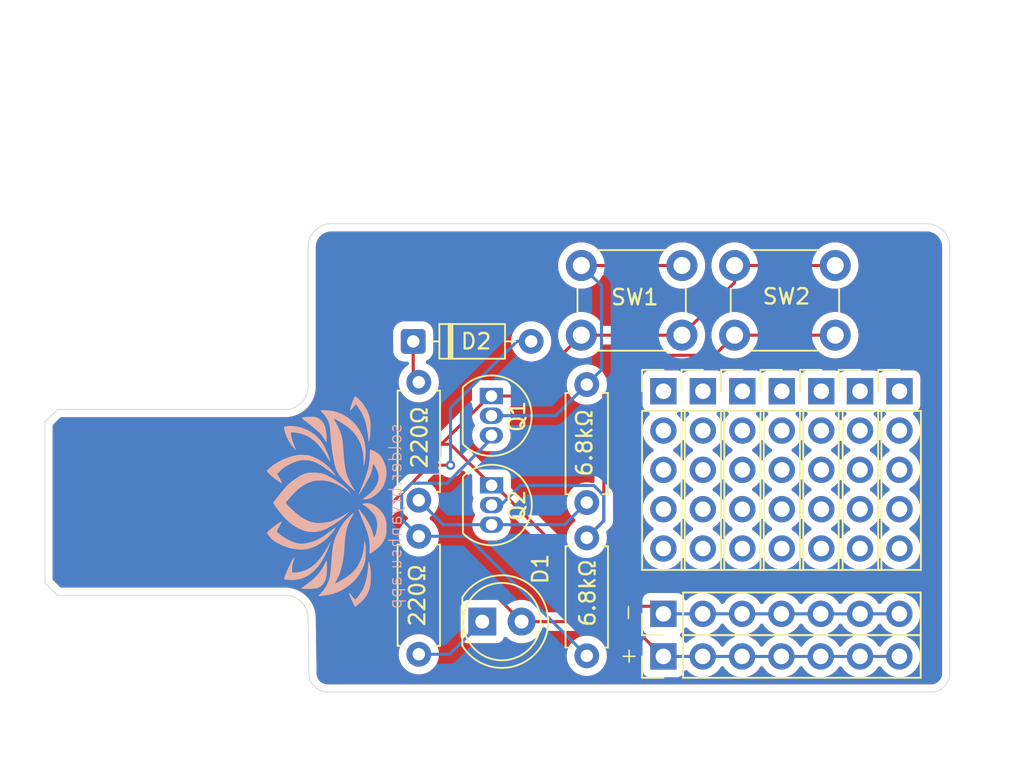
<source format=kicad_pcb>
(kicad_pcb (version 20241229) (generator "pcbnew") (generator_version "9.0")
  (layers (0 "F.Cu" signal) (2 "B.Cu" signal) (13 "F.Paste" user) (15 "B.Paste" user) (5 "F.SilkS" user "F.Silkscreen") (7 "B.SilkS" user "B.Silkscreen") (1 "F.Mask" user) (3 "B.Mask" user) (25 "Edge.Cuts" user))
  (net 0 "")
  (net 1 "+5V")
  (net 2 "Net-(D1-K)")
  (net 3 "Net-(D2-K)")
  (net 4 "GND")
  (net 7 "Net-(Q1-B)")
  (net 8 "Net-(Q1-C)")
  (net 9 "Net-(Q2-C)")
  (net 10 "Net-(Q2-B)")
  (footprint "Connector_PinHeader_2.54mm:PinHeader_1x05_P2.54mm_Vertical" (layer "F.Cu") (at 95.75 88.67)
    (property "Reference" "J14" (hide yes))
    (property "Value" "Conn_01x05_Pin" (hide yes))
    (pad "1" thru_hole rect (at 0 0) (size 1.7 1.7) (drill 1) (layers "*.Cu" "*.Mask"))
    (pad "2" thru_hole circle (at 0 2.54) (size 1.7 1.7) (drill 1) (layers "*.Cu" "*.Mask"))
    (pad "3" thru_hole circle (at 0 5.08) (size 1.7 1.7) (drill 1) (layers "*.Cu" "*.Mask"))
    (pad "4" thru_hole circle (at 0 7.62) (size 1.7 1.7) (drill 1) (layers "*.Cu" "*.Mask"))
    (pad "5" thru_hole circle (at 0 10.16) (size 1.7 1.7) (drill 1) (layers "*.Cu" "*.Mask"))
  )
  (footprint "Connector_PinHeader_2.54mm:PinHeader_1x05_P2.54mm_Vertical" (layer "F.Cu") (at 100.8 88.67)
    (property "Reference" "J16" (hide yes))
    (property "Value" "Conn_01x05_Pin" (hide yes))
    (pad "1" thru_hole rect (at 0 0) (size 1.7 1.7) (drill 1) (layers "*.Cu" "*.Mask"))
    (pad "2" thru_hole circle (at 0 2.54) (size 1.7 1.7) (drill 1) (layers "*.Cu" "*.Mask"))
    (pad "3" thru_hole circle (at 0 5.08) (size 1.7 1.7) (drill 1) (layers "*.Cu" "*.Mask"))
    (pad "4" thru_hole circle (at 0 7.62) (size 1.7 1.7) (drill 1) (layers "*.Cu" "*.Mask"))
    (pad "5" thru_hole circle (at 0 10.16) (size 1.7 1.7) (drill 1) (layers "*.Cu" "*.Mask"))
  )
  (footprint "LED_THT:LED_D5.0mm" (layer "F.Cu") (at 76.4 103.55)
    (property "Reference" "D1" (at 3.75 -3.4 90) (layer "F.SilkS"))
    (property "Value" "LED")
    (pad "1" thru_hole rect (at 0 0) (size 1.8 1.8) (drill 0.9) (layers "*.Cu" "*.Mask") (net 2 "Net-(D1-K)"))
    (pad "2" thru_hole circle (at 2.54 0) (size 1.8 1.8) (drill 0.9) (layers "*.Cu" "*.Mask") (net 1 "+5V"))
  )
  (footprint "Resistor_THT:R_Axial_DIN0207_L6.3mm_D2.5mm_P7.62mm_Horizontal" (layer "F.Cu") (at 72.3 88.09 -90)
    (property "Reference" "220Ω" (at 3.56 -0.05 90) (layer "F.SilkS"))
    (property "Value" "200")
    (pad "1" thru_hole circle (at 0 0 270) (size 1.6 1.6) (drill 0.8) (layers "*.Cu" "*.Mask") (net 3 "Net-(D2-K)"))
    (pad "2" thru_hole circle (at 7.62 0 270) (size 1.6 1.6) (drill 0.8) (layers "*.Cu" "*.Mask") (net 9 "Net-(Q2-C)"))
  )
  (footprint "Diode_THT:D_DO-35_SOD27_P7.62mm_Horizontal" (layer "F.Cu") (at 71.94 85.45)
    (property "Reference" "D2" (at 4.06 0 0) (layer "F.SilkS"))
    (property "Value" "1N4148")
    (pad "1" thru_hole roundrect (at 0 0) (size 1.6 1.6) (drill 0.8) (layers "*.Cu" "*.Mask") (roundrect_rratio 0.15625) (net 3 "Net-(D2-K)"))
    (pad "2" thru_hole circle (at 7.62 0) (size 1.6 1.6) (drill 0.8) (layers "*.Cu" "*.Mask") (net 1 "+5V"))
  )
  (footprint "Connector_PinHeader_2.54mm:PinHeader_1x07_P2.54mm_Vertical" (layer "F.Cu") (at 88.1 105.8 90)
    (property "Reference" "J1" (hide yes))
    (property "Value" "Conn_01x07_Pin" (hide yes))
    (pad "1" thru_hole rect (at 0 0 90) (size 1.7 1.7) (drill 1) (layers "*.Cu" "*.Mask") (net 1 "+5V"))
    (pad "2" thru_hole circle (at 0 2.54 90) (size 1.7 1.7) (drill 1) (layers "*.Cu" "*.Mask") (net 1 "+5V"))
    (pad "3" thru_hole circle (at 0 5.08 90) (size 1.7 1.7) (drill 1) (layers "*.Cu" "*.Mask") (net 1 "+5V"))
    (pad "4" thru_hole circle (at 0 7.62 90) (size 1.7 1.7) (drill 1) (layers "*.Cu" "*.Mask") (net 1 "+5V"))
    (pad "5" thru_hole circle (at 0 10.16 90) (size 1.7 1.7) (drill 1) (layers "*.Cu" "*.Mask") (net 1 "+5V"))
    (pad "6" thru_hole circle (at 0 12.7 90) (size 1.7 1.7) (drill 1) (layers "*.Cu" "*.Mask") (net 1 "+5V"))
    (pad "7" thru_hole circle (at 0 15.24 90) (size 1.7 1.7) (drill 1) (layers "*.Cu" "*.Mask") (net 1 "+5V"))
  )
  (footprint "Package_TO_SOT_THT:TO-92_Inline" (layer "F.Cu") (at 76.99 88.98 -90)
    (property "Reference" "Q1" (at 1.32 -1.66 90) (layer "F.SilkS"))
    (property "Value" "PN2222A")
    (pad "1" thru_hole rect (at 0 0 270) (size 1.05 1.5) (drill 0.75) (layers "*.Cu" "*.Mask") (net 4 "GND"))
    (pad "2" thru_hole oval (at 1.27 0 270) (size 1.05 1.5) (drill 0.75) (layers "*.Cu" "*.Mask") (net 7 "Net-(Q1-B)"))
    (pad "3" thru_hole oval (at 2.54 0 270) (size 1.05 1.5) (drill 0.75) (layers "*.Cu" "*.Mask") (net 8 "Net-(Q1-C)"))
  )
  (footprint "Connector_PinHeader_2.54mm:PinHeader_1x05_P2.54mm_Vertical" (layer "F.Cu") (at 98.3 88.67)
    (property "Reference" "J15" (hide yes))
    (property "Value" "Conn_01x05_Pin" (hide yes))
    (pad "1" thru_hole rect (at 0 0) (size 1.7 1.7) (drill 1) (layers "*.Cu" "*.Mask"))
    (pad "2" thru_hole circle (at 0 2.54) (size 1.7 1.7) (drill 1) (layers "*.Cu" "*.Mask"))
    (pad "3" thru_hole circle (at 0 5.08) (size 1.7 1.7) (drill 1) (layers "*.Cu" "*.Mask"))
    (pad "4" thru_hole circle (at 0 7.62) (size 1.7 1.7) (drill 1) (layers "*.Cu" "*.Mask"))
    (pad "5" thru_hole circle (at 0 10.16) (size 1.7 1.7) (drill 1) (layers "*.Cu" "*.Mask"))
  )
  (footprint "Resistor_THT:R_Axial_DIN0207_L6.3mm_D2.5mm_P7.62mm_Horizontal" (layer "F.Cu") (at 83.15 105.76 90)
    (property "Reference" "6.8kΩ" (at 4.06 0.05 90) (layer "F.SilkS"))
    (property "Value" "6.8k")
    (pad "1" thru_hole circle (at 0 0 90) (size 1.6 1.6) (drill 0.8) (layers "*.Cu" "*.Mask") (net 8 "Net-(Q1-C)"))
    (pad "2" thru_hole circle (at 7.62 0 90) (size 1.6 1.6) (drill 0.8) (layers "*.Cu" "*.Mask") (net 10 "Net-(Q2-B)"))
  )
  (footprint "Button_Switch_THT:SW_PUSH_6mm" (layer "F.Cu") (at 82.8 80.55)
    (property "Reference" "SW1" (at 3.45 2.05 0) (layer "F.SilkS"))
    (property "Value" "SW_Push")
    (pad "1" thru_hole circle (at 0 0 90) (size 2 2) (drill 1.1) (layers "*.Cu" "*.Mask") (net 7 "Net-(Q1-B)"))
    (pad "1" thru_hole circle (at 6.5 0 90) (size 2 2) (drill 1.1) (layers "*.Cu" "*.Mask") (net 7 "Net-(Q1-B)"))
    (pad "2" thru_hole circle (at 0 4.5 90) (size 2 2) (drill 1.1) (layers "*.Cu" "*.Mask") (net 4 "GND"))
    (pad "2" thru_hole circle (at 6.5 4.5 90) (size 2 2) (drill 1.1) (layers "*.Cu" "*.Mask") (net 4 "GND"))
  )
  (footprint "Connector_PinHeader_2.54mm:PinHeader_1x05_P2.54mm_Vertical" (layer "F.Cu") (at 90.65 88.67)
    (property "Reference" "J10" (hide yes))
    (property "Value" "Conn_01x05_Pin" (hide yes))
    (pad "1" thru_hole rect (at 0 0) (size 1.7 1.7) (drill 1) (layers "*.Cu" "*.Mask"))
    (pad "2" thru_hole circle (at 0 2.54) (size 1.7 1.7) (drill 1) (layers "*.Cu" "*.Mask"))
    (pad "3" thru_hole circle (at 0 5.08) (size 1.7 1.7) (drill 1) (layers "*.Cu" "*.Mask"))
    (pad "4" thru_hole circle (at 0 7.62) (size 1.7 1.7) (drill 1) (layers "*.Cu" "*.Mask"))
    (pad "5" thru_hole circle (at 0 10.16) (size 1.7 1.7) (drill 1) (layers "*.Cu" "*.Mask"))
  )
  (footprint "Resistor_THT:R_Axial_DIN0207_L6.3mm_D2.5mm_P7.62mm_Horizontal" (layer "F.Cu") (at 72.3 105.66 90)
    (property "Reference" "220Ω" (at 3.81 -0.1 90) (layer "F.SilkS"))
    (property "Value" "200")
    (pad "1" thru_hole circle (at 0 0 90) (size 1.6 1.6) (drill 0.8) (layers "*.Cu" "*.Mask") (net 2 "Net-(D1-K)"))
    (pad "2" thru_hole circle (at 7.62 0 90) (size 1.6 1.6) (drill 0.8) (layers "*.Cu" "*.Mask") (net 8 "Net-(Q1-C)"))
  )
  (footprint "Package_TO_SOT_THT:TO-92_Inline" (layer "F.Cu") (at 77 94.75 -90)
    (property "Reference" "Q2" (at 1.3 -1.65 90) (layer "F.SilkS"))
    (property "Value" "PN2222A")
    (pad "1" thru_hole rect (at 0 0 270) (size 1.05 1.5) (drill 0.75) (layers "*.Cu" "*.Mask") (net 4 "GND"))
    (pad "2" thru_hole oval (at 1.27 0 270) (size 1.05 1.5) (drill 0.75) (layers "*.Cu" "*.Mask") (net 10 "Net-(Q2-B)"))
    (pad "3" thru_hole oval (at 2.54 0 270) (size 1.05 1.5) (drill 0.75) (layers "*.Cu" "*.Mask") (net 9 "Net-(Q2-C)"))
  )
  (footprint "Resistor_THT:R_Axial_DIN0207_L6.3mm_D2.5mm_P7.62mm_Horizontal" (layer "F.Cu") (at 83.15 95.86 90)
    (property "Reference" "6.8kΩ" (at 3.86 -0.15 90) (layer "F.SilkS"))
    (property "Value" "6.8k")
    (pad "1" thru_hole circle (at 0 0 90) (size 1.6 1.6) (drill 0.8) (layers "*.Cu" "*.Mask") (net 9 "Net-(Q2-C)"))
    (pad "2" thru_hole circle (at 7.62 0 90) (size 1.6 1.6) (drill 0.8) (layers "*.Cu" "*.Mask") (net 7 "Net-(Q1-B)"))
  )
  (footprint "Connector_USB_PCB_Edge:USB_A_PCB_Edge_receptacle" (layer "F.Cu") (at 53.15 95.85)
    (property "Reference" "J11" (hide yes))
    (property "Value" "USB_A_PCB_Edge_receptacle")
    (fp_line (start -5 -5.2) (end -5 5.2) (stroke (width 0.05)) (layer "Edge.Cuts"))
    (fp_line (start -5 -5.2) (end -4.2 -6) (stroke (width 0.05)) (layer "Edge.Cuts"))
    (fp_line (start -5 5.2) (end -4.2 6) (stroke (width 0.05)) (layer "Edge.Cuts"))
    (fp_line (start 9 -6) (end -4.2 -6) (stroke (width 0.05)) (layer "Edge.Cuts"))
    (fp_line (start 9 6) (end -4.2 6) (stroke (width 0.05)) (layer "Edge.Cuts"))
    (pad "1" smd roundrect (at 0 3.75) (size 7 2) (layers "F.Cu" "F.Mask") (roundrect_rratio 0.125) (net 1 "+5V"))
    (pad "2" smd roundrect (at 0 1) (size 6 1.5) (layers "F.Cu" "F.Mask") (roundrect_rratio 0.1666666667))
    (pad "3" smd roundrect (at 0 -1) (size 6 1.5) (layers "F.Cu" "F.Mask") (roundrect_rratio 0.1666666667))
    (pad "4" smd roundrect (at 0 -3.75) (size 7 2) (layers "F.Cu" "F.Mask") (roundrect_rratio 0.125) (net 4 "GND"))
  )
  (footprint "Connector_PinHeader_2.54mm:PinHeader_1x05_P2.54mm_Vertical" (layer "F.Cu") (at 103.35 88.67)
    (property "Reference" "J17" (hide yes))
    (property "Value" "Conn_01x05_Pin" (hide yes))
    (pad "1" thru_hole rect (at 0 0) (size 1.7 1.7) (drill 1) (layers "*.Cu" "*.Mask"))
    (pad "2" thru_hole circle (at 0 2.54) (size 1.7 1.7) (drill 1) (layers "*.Cu" "*.Mask"))
    (pad "3" thru_hole circle (at 0 5.08) (size 1.7 1.7) (drill 1) (layers "*.Cu" "*.Mask"))
    (pad "4" thru_hole circle (at 0 7.62) (size 1.7 1.7) (drill 1) (layers "*.Cu" "*.Mask"))
    (pad "5" thru_hole circle (at 0 10.16) (size 1.7 1.7) (drill 1) (layers "*.Cu" "*.Mask"))
  )
  (footprint "Connector_PinHeader_2.54mm:PinHeader_1x07_P2.54mm_Vertical" (layer "F.Cu") (at 88.1 103.05 90)
    (property "Reference" "J12" (hide yes))
    (property "Value" "Conn_01x07_Pin" (hide yes))
    (pad "1" thru_hole rect (at 0 0 90) (size 1.7 1.7) (drill 1) (layers "*.Cu" "*.Mask") (net 4 "GND"))
    (pad "2" thru_hole circle (at 0 2.54 90) (size 1.7 1.7) (drill 1) (layers "*.Cu" "*.Mask") (net 4 "GND"))
    (pad "3" thru_hole circle (at 0 5.08 90) (size 1.7 1.7) (drill 1) (layers "*.Cu" "*.Mask") (net 4 "GND"))
    (pad "4" thru_hole circle (at 0 7.62 90) (size 1.7 1.7) (drill 1) (layers "*.Cu" "*.Mask") (net 4 "GND"))
    (pad "5" thru_hole circle (at 0 10.16 90) (size 1.7 1.7) (drill 1) (layers "*.Cu" "*.Mask") (net 4 "GND"))
    (pad "6" thru_hole circle (at 0 12.7 90) (size 1.7 1.7) (drill 1) (layers "*.Cu" "*.Mask") (net 4 "GND"))
    (pad "7" thru_hole circle (at 0 15.24 90) (size 1.7 1.7) (drill 1) (layers "*.Cu" "*.Mask") (net 4 "GND"))
  )
  (footprint "Connector_PinHeader_2.54mm:PinHeader_1x05_P2.54mm_Vertical" (layer "F.Cu") (at 88.1 88.67)
    (property "Reference" "J9" (hide yes))
    (property "Value" "Conn_01x05_Pin" (hide yes))
    (pad "1" thru_hole rect (at 0 0) (size 1.7 1.7) (drill 1) (layers "*.Cu" "*.Mask"))
    (pad "2" thru_hole circle (at 0 2.54) (size 1.7 1.7) (drill 1) (layers "*.Cu" "*.Mask"))
    (pad "3" thru_hole circle (at 0 5.08) (size 1.7 1.7) (drill 1) (layers "*.Cu" "*.Mask"))
    (pad "4" thru_hole circle (at 0 7.62) (size 1.7 1.7) (drill 1) (layers "*.Cu" "*.Mask"))
    (pad "5" thru_hole circle (at 0 10.16) (size 1.7 1.7) (drill 1) (layers "*.Cu" "*.Mask"))
  )
  (footprint "Button_Switch_THT:SW_PUSH_6mm" (layer "F.Cu") (at 92.7 80.55)
    (property "Reference" "SW2" (at 3.35 2 0) (layer "F.SilkS"))
    (property "Value" "SW_Push")
    (pad "1" thru_hole circle (at 0 0 90) (size 2 2) (drill 1.1) (layers "*.Cu" "*.Mask") (net 4 "GND"))
    (pad "1" thru_hole circle (at 6.5 0 90) (size 2 2) (drill 1.1) (layers "*.Cu" "*.Mask") (net 4 "GND"))
    (pad "2" thru_hole circle (at 0 4.5 90) (size 2 2) (drill 1.1) (layers "*.Cu" "*.Mask") (net 10 "Net-(Q2-B)"))
    (pad "2" thru_hole circle (at 6.5 4.5 90) (size 2 2) (drill 1.1) (layers "*.Cu" "*.Mask") (net 10 "Net-(Q2-B)"))
  )
  (footprint "Connector_PinHeader_2.54mm:PinHeader_1x05_P2.54mm_Vertical" (layer "F.Cu") (at 93.2 88.67)
    (property "Reference" "J13" (hide yes))
    (property "Value" "Conn_01x05_Pin" (hide yes))
    (pad "1" thru_hole rect (at 0 0) (size 1.7 1.7) (drill 1) (layers "*.Cu" "*.Mask"))
    (pad "2" thru_hole circle (at 0 2.54) (size 1.7 1.7) (drill 1) (layers "*.Cu" "*.Mask"))
    (pad "3" thru_hole circle (at 0 5.08) (size 1.7 1.7) (drill 1) (layers "*.Cu" "*.Mask"))
    (pad "4" thru_hole circle (at 0 7.62) (size 1.7 1.7) (drill 1) (layers "*.Cu" "*.Mask"))
    (pad "5" thru_hole circle (at 0 10.16) (size 1.7 1.7) (drill 1) (layers "*.Cu" "*.Mask"))
  )
  (footprint "LOGO" (layer "B.Cu") (at 66.35 95.8 -90)
    (property "Reference" "G***" (hide yes))
    (property "Value" "LOGO" (hide yes))
  )
  (gr_line (start 65.15 103.35) (end 65.2 106.9) (stroke (width 0.05)) (layer "Edge.Cuts"))
  (gr_arc (start 63.65 101.85) (mid 64.71066 102.28934) (end 65.15 103.35) (stroke (width 0.05)) (layer "Edge.Cuts"))
  (gr_arc (start 65.15 79.35) (mid 65.58934 78.28934) (end 66.65 77.85) (stroke (width 0.05)) (layer "Edge.Cuts"))
  (gr_line (start 66.65 77.85) (end 71.65 77.85) (stroke (width 0.05)) (layer "Edge.Cuts"))
  (gr_arc (start 66.4 108.1) (mid 65.551472 107.748528) (end 65.2 106.9) (stroke (width 0.05)) (layer "Edge.Cuts"))
  (gr_line (start 71.4 108.1) (end 66.4 108.1) (stroke (width 0.05)) (layer "Edge.Cuts"))
  (gr_line (start 62.15 101.85) (end 63.65 101.85) (stroke (width 0.05)) (layer "Edge.Cuts"))
  (gr_line (start 71.4 108.1) (end 105.4 108.1) (stroke (width 0.05)) (layer "Edge.Cuts"))
  (gr_arc (start 65.15 88.35) (mid 64.71066 89.41066) (end 63.65 89.85) (stroke (width 0.05)) (layer "Edge.Cuts"))
  (gr_arc (start 106.6 106.9) (mid 106.248528 107.748528) (end 105.4 108.1) (stroke (width 0.05)) (layer "Edge.Cuts"))
  (gr_line (start 106.6 106.9) (end 106.6 79.35) (stroke (width 0.05)) (layer "Edge.Cuts"))
  (gr_line (start 65.15 88.35) (end 65.15 79.35) (stroke (width 0.05)) (layer "Edge.Cuts"))
  (gr_arc (start 105.1 77.85) (mid 106.16066 78.28934) (end 106.6 79.35) (stroke (width 0.05)) (layer "Edge.Cuts"))
  (gr_line (start 105.1 77.85) (end 71.65 77.85) (stroke (width 0.05)) (layer "Edge.Cuts"))
  (gr_line (start 62.15 89.85) (end 63.65 89.85) (stroke (width 0.05)) (layer "Edge.Cuts"))
  (gr_text "+" (at 85.2 106.3 0) (layer "F.SilkS") (effects (font (size 1 1) (thickness 0.1)) (justify left bottom)))
  (gr_text "-" (at 86.35 103.65 90) (layer "F.SilkS") (effects (font (size 1 1) (thickness 0.1)) (justify left bottom)))
  (gr_text "solder.bryanhsu.app" (at 71.25 90.7 90) (layer "B.SilkS") (effects (font (size 0.8 0.8) (thickness 0.08)) (justify left bottom mirror)))
  (segment (start 85.8 103.55) (end 88.05 105.8) (width 0.2) (layer "F.Cu") (net 1))
  (segment (start 73.00295 93.45) (end 74.35 93.45) (width 0.2) (layer "F.Cu") (net 1))
  (segment (start 58.15 99.6) (end 74.99 99.6) (width 0.2) (layer "F.Cu") (net 1))
  (segment (start 58.15 99.6) (end 53.15 99.6) (width 0.2) (layer "F.Cu") (net 1))
  (segment (start 88.05 105.8) (end 88.1 105.8) (width 0.2) (layer "F.Cu") (net 1))
  (segment (start 74.99 99.6) (end 78.94 103.55) (width 0.2) (layer "F.Cu") (net 1))
  (segment (start 66.85295 99.6) (end 73.00295 93.45) (width 0.2) (layer "F.Cu") (net 1))
  (segment (start 58.15 99.6) (end 66.85295 99.6) (width 0.2) (layer "F.Cu") (net 1))
  (segment (start 78.94 103.55) (end 85.8 103.55) (width 0.2) (layer "F.Cu") (net 1))
  (via (at 74.35 93.45) (size 0.6) (drill 0.3) (layers "F.Cu" "B.Cu") (net 1))
  (segment (start 93.18 105.8) (end 95.72 105.8) (width 0.2) (layer "B.Cu") (net 1))
  (segment (start 90.64 105.8) (end 93.18 105.8) (width 0.2) (layer "B.Cu") (net 1))
  (segment (start 78.643 85.45) (end 79.56 85.45) (width 0.2) (layer "B.Cu") (net 1))
  (segment (start 74.35 89.743) (end 78.643 85.45) (width 0.2) (layer "B.Cu") (net 1))
  (segment (start 100.8 105.8) (end 103.34 105.8) (width 0.2) (layer "B.Cu") (net 1))
  (segment (start 88.1 105.8) (end 90.64 105.8) (width 0.2) (layer "B.Cu") (net 1))
  (segment (start 95.72 105.8) (end 98.26 105.8) (width 0.2) (layer "B.Cu") (net 1))
  (segment (start 74.35 93.45) (end 74.35 89.743) (width 0.2) (layer "B.Cu") (net 1))
  (segment (start 98.26 105.8) (end 100.8 105.8) (width 0.2) (layer "B.Cu") (net 1))
  (segment (start 72.3 105.66) (end 74.29 105.66) (width 0.2) (layer "B.Cu") (net 2))
  (segment (start 74.29 105.66) (end 76.4 103.55) (width 0.2) (layer "B.Cu") (net 2))
  (segment (start 71.94 85.45) (end 71.94 87.73) (width 0.2) (layer "F.Cu") (net 3))
  (segment (start 71.94 87.73) (end 72.3 88.09) (width 0.2) (layer "F.Cu") (net 3))
  (segment (start 92.7 81.65) (end 92.7 80.55) (width 0.2) (layer "F.Cu") (net 4))
  (segment (start 53.15 92.1) (end 73.74686 92.1) (width 0.2) (layer "F.Cu") (net 4))
  (segment (start 78.87 88.98) (end 82.8 85.05) (width 0.2) (layer "F.Cu") (net 4))
  (segment (start 89.3 85.05) (end 92.7 81.65) (width 0.2) (layer "F.Cu") (net 4))
  (segment (start 77 94.75) (end 74.35 92.1) (width 0.2) (layer "F.Cu") (net 4))
  (segment (start 77 94.75) (end 77.225 94.75) (width 0.2) (layer "F.Cu") (net 4))
  (segment (start 76.99 88.98) (end 78.87 88.98) (width 0.2) (layer "F.Cu") (net 4))
  (segment (start 76.86686 88.98) (end 76.99 88.98) (width 0.2) (layer "F.Cu") (net 4))
  (segment (start 73.74686 92.1) (end 76.86686 88.98) (width 0.2) (layer "F.Cu") (net 4))
  (segment (start 89.3 85.05) (end 82.8 85.05) (width 0.2) (layer "F.Cu") (net 4))
  (segment (start 85.035 102.56) (end 87.61 102.56) (width 0.2) (layer "F.Cu") (net 4))
  (segment (start 77.225 94.75) (end 85.035 102.56) (width 0.2) (layer "F.Cu") (net 4))
  (segment (start 92.7 80.55) (end 99.2 80.55) (width 0.2) (layer "F.Cu") (net 4))
  (segment (start 87.61 102.56) (end 88.1 103.05) (width 0.2) (layer "F.Cu") (net 4))
  (segment (start 74.35 92.1) (end 73.74686 92.1) (width 0.2) (layer "F.Cu") (net 4))
  (segment (start 93.18 103.05) (end 90.64 103.05) (width 0.2) (layer "B.Cu") (net 4))
  (segment (start 98.26 103.05) (end 95.72 103.05) (width 0.2) (layer "B.Cu") (net 4))
  (segment (start 76.99 88.98) (end 76.765 88.98) (width 0.2) (layer "B.Cu") (net 4))
  (segment (start 100.8 103.05) (end 98.26 103.05) (width 0.2) (layer "B.Cu") (net 4))
  (segment (start 95.72 103.05) (end 93.18 103.05) (width 0.2) (layer "B.Cu") (net 4))
  (segment (start 90.64 103.05) (end 88.1 103.05) (width 0.2) (layer "B.Cu") (net 4))
  (segment (start 103.34 103.05) (end 100.8 103.05) (width 0.2) (layer "B.Cu") (net 4))
  (segment (start 82.8 80.55) (end 89.3 80.55) (width 0.2) (layer "F.Cu") (net 7))
  (segment (start 81.14 90.25) (end 83.15 88.24) (width 0.2) (layer "B.Cu") (net 7))
  (segment (start 84.101 87.289) (end 83.15 88.24) (width 0.2) (layer "B.Cu") (net 7))
  (segment (start 76.99 90.25) (end 81.14 90.25) (width 0.2) (layer "B.Cu") (net 7))
  (segment (start 84.101 81.851) (end 84.101 87.289) (width 0.2) (layer "B.Cu") (net 7))
  (segment (start 82.8 80.55) (end 84.101 81.851) (width 0.2) (layer "B.Cu") (net 7))
  (segment (start 76.99 91.52) (end 77.49 91.52) (width 0.2) (layer "F.Cu") (net 8))
  (segment (start 71.84395 94.609) (end 71.199 95.25395) (width 0.2) (layer "B.Cu") (net 8))
  (segment (start 72.3 98.04) (end 75.43 98.04) (width 0.2) (layer "B.Cu") (net 8))
  (segment (start 71.199 95.25395) (end 71.199 96.939) (width 0.2) (layer "B.Cu") (net 8))
  (segment (start 74.126 94.609) (end 71.84395 94.609) (width 0.2) (layer "B.Cu") (net 8))
  (segment (start 76.99 91.745) (end 74.126 94.609) (width 0.2) (layer "B.Cu") (net 8))
  (segment (start 75.43 98.04) (end 83.15 105.76) (width 0.2) (layer "B.Cu") (net 8))
  (segment (start 71.199 96.939) (end 72.3 98.04) (width 0.2) (layer "B.Cu") (net 8))
  (segment (start 76.99 91.52) (end 76.99 91.745) (width 0.2) (layer "B.Cu") (net 8))
  (segment (start 81.72 97.29) (end 77 97.29) (width 0.2) (layer "B.Cu") (net 9))
  (segment (start 83.15 95.86) (end 81.72 97.29) (width 0.2) (layer "B.Cu") (net 9))
  (segment (start 72.3 95.71) (end 73.88 97.29) (width 0.2) (layer "B.Cu") (net 9))
  (segment (start 73.88 97.29) (end 77 97.29) (width 0.2) (layer "B.Cu") (net 9))
  (segment (start 92.7 85.05) (end 91.399 86.351) (width 0.2) (layer "F.Cu") (net 10))
  (segment (start 91.399 86.351) (end 86.849 86.351) (width 0.2) (layer "F.Cu") (net 10))
  (segment (start 84.251 97.039) (end 83.15 98.14) (width 0.2) (layer "F.Cu") (net 10))
  (segment (start 86.849 86.351) (end 84.251 88.949) (width 0.2) (layer "F.Cu") (net 10))
  (segment (start 92.7 85.05) (end 99.2 85.05) (width 0.2) (layer "F.Cu") (net 10))
  (segment (start 84.251 88.949) (end 84.251 97.039) (width 0.2) (layer "F.Cu") (net 10))
  (segment (start 78.868 94.759) (end 77.607 96.02) (width 0.2) (layer "B.Cu") (net 10))
  (segment (start 84.251 97.039) (end 84.251 95.40395) (width 0.2) (layer "B.Cu") (net 10))
  (segment (start 84.251 95.40395) (end 83.60605 94.759) (width 0.2) (layer "B.Cu") (net 10))
  (segment (start 83.15 98.14) (end 84.251 97.039) (width 0.2) (layer "B.Cu") (net 10))
  (segment (start 77.607 96.02) (end 77 96.02) (width 0.2) (layer "B.Cu") (net 10))
  (segment (start 83.60605 94.759) (end 78.868 94.759) (width 0.2) (layer "B.Cu") (net 10))
  (zone (net 0) (net_name "") (layers "F.Cu" "B.Cu") (connect_pads (clearance 0.5)) (min_thickness 0.25) (fill yes (thermal_gap 0.5) (thermal_bridge_width 0.5) (island_removal_mode 1) (island_area_min 10))
    (polygon (pts (xy 45.35 74.65) (xy 111.4 74.65) (xy 111.4 112.95) (xy 45.25 113.1) (xy 45.3 74.65) (xy 50.35 63.4)))
  )
)
</source>
